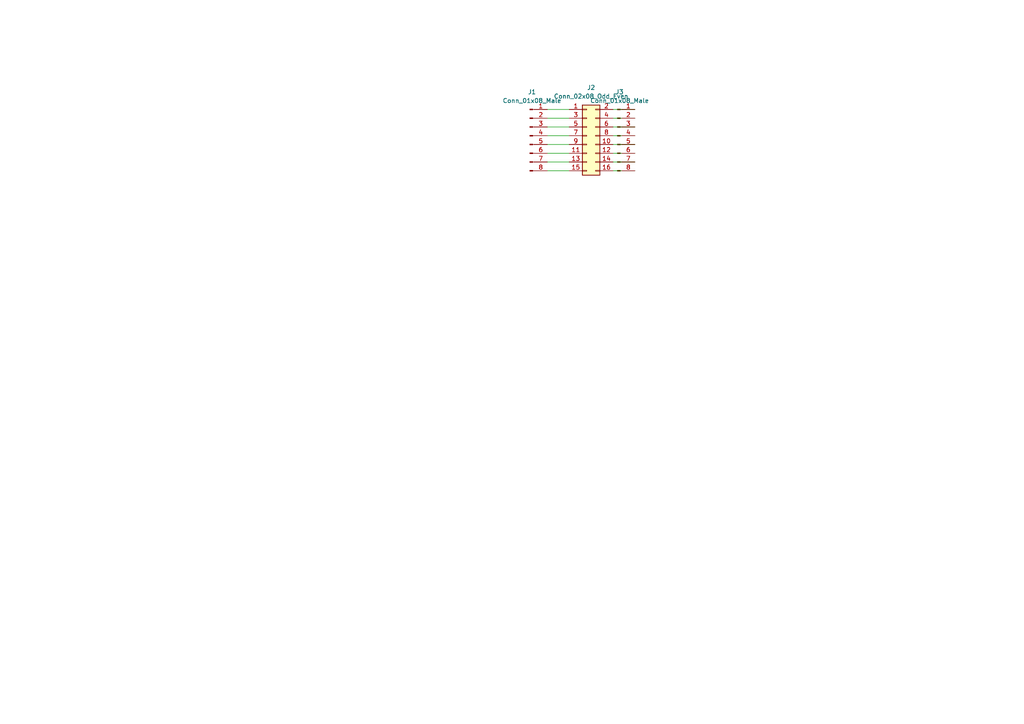
<source format=kicad_sch>
(kicad_sch (version 20211123) (generator eeschema)

  (uuid d232d484-42ad-41d1-82b1-5c2720dd62f8)

  (paper "A4")

  (lib_symbols
    (symbol "Connector:Conn_01x08_Male" (pin_names (offset 1.016) hide) (in_bom yes) (on_board yes)
      (property "Reference" "J" (id 0) (at 0 10.16 0)
        (effects (font (size 1.27 1.27)))
      )
      (property "Value" "Conn_01x08_Male" (id 1) (at 0 -12.7 0)
        (effects (font (size 1.27 1.27)))
      )
      (property "Footprint" "" (id 2) (at 0 0 0)
        (effects (font (size 1.27 1.27)) hide)
      )
      (property "Datasheet" "~" (id 3) (at 0 0 0)
        (effects (font (size 1.27 1.27)) hide)
      )
      (property "ki_keywords" "connector" (id 4) (at 0 0 0)
        (effects (font (size 1.27 1.27)) hide)
      )
      (property "ki_description" "Generic connector, single row, 01x08, script generated (kicad-library-utils/schlib/autogen/connector/)" (id 5) (at 0 0 0)
        (effects (font (size 1.27 1.27)) hide)
      )
      (property "ki_fp_filters" "Connector*:*_1x??_*" (id 6) (at 0 0 0)
        (effects (font (size 1.27 1.27)) hide)
      )
      (symbol "Conn_01x08_Male_1_1"
        (polyline
          (pts
            (xy 1.27 -10.16)
            (xy 0.8636 -10.16)
          )
          (stroke (width 0.1524) (type default) (color 0 0 0 0))
          (fill (type none))
        )
        (polyline
          (pts
            (xy 1.27 -7.62)
            (xy 0.8636 -7.62)
          )
          (stroke (width 0.1524) (type default) (color 0 0 0 0))
          (fill (type none))
        )
        (polyline
          (pts
            (xy 1.27 -5.08)
            (xy 0.8636 -5.08)
          )
          (stroke (width 0.1524) (type default) (color 0 0 0 0))
          (fill (type none))
        )
        (polyline
          (pts
            (xy 1.27 -2.54)
            (xy 0.8636 -2.54)
          )
          (stroke (width 0.1524) (type default) (color 0 0 0 0))
          (fill (type none))
        )
        (polyline
          (pts
            (xy 1.27 0)
            (xy 0.8636 0)
          )
          (stroke (width 0.1524) (type default) (color 0 0 0 0))
          (fill (type none))
        )
        (polyline
          (pts
            (xy 1.27 2.54)
            (xy 0.8636 2.54)
          )
          (stroke (width 0.1524) (type default) (color 0 0 0 0))
          (fill (type none))
        )
        (polyline
          (pts
            (xy 1.27 5.08)
            (xy 0.8636 5.08)
          )
          (stroke (width 0.1524) (type default) (color 0 0 0 0))
          (fill (type none))
        )
        (polyline
          (pts
            (xy 1.27 7.62)
            (xy 0.8636 7.62)
          )
          (stroke (width 0.1524) (type default) (color 0 0 0 0))
          (fill (type none))
        )
        (rectangle (start 0.8636 -10.033) (end 0 -10.287)
          (stroke (width 0.1524) (type default) (color 0 0 0 0))
          (fill (type outline))
        )
        (rectangle (start 0.8636 -7.493) (end 0 -7.747)
          (stroke (width 0.1524) (type default) (color 0 0 0 0))
          (fill (type outline))
        )
        (rectangle (start 0.8636 -4.953) (end 0 -5.207)
          (stroke (width 0.1524) (type default) (color 0 0 0 0))
          (fill (type outline))
        )
        (rectangle (start 0.8636 -2.413) (end 0 -2.667)
          (stroke (width 0.1524) (type default) (color 0 0 0 0))
          (fill (type outline))
        )
        (rectangle (start 0.8636 0.127) (end 0 -0.127)
          (stroke (width 0.1524) (type default) (color 0 0 0 0))
          (fill (type outline))
        )
        (rectangle (start 0.8636 2.667) (end 0 2.413)
          (stroke (width 0.1524) (type default) (color 0 0 0 0))
          (fill (type outline))
        )
        (rectangle (start 0.8636 5.207) (end 0 4.953)
          (stroke (width 0.1524) (type default) (color 0 0 0 0))
          (fill (type outline))
        )
        (rectangle (start 0.8636 7.747) (end 0 7.493)
          (stroke (width 0.1524) (type default) (color 0 0 0 0))
          (fill (type outline))
        )
        (pin passive line (at 5.08 7.62 180) (length 3.81)
          (name "Pin_1" (effects (font (size 1.27 1.27))))
          (number "1" (effects (font (size 1.27 1.27))))
        )
        (pin passive line (at 5.08 5.08 180) (length 3.81)
          (name "Pin_2" (effects (font (size 1.27 1.27))))
          (number "2" (effects (font (size 1.27 1.27))))
        )
        (pin passive line (at 5.08 2.54 180) (length 3.81)
          (name "Pin_3" (effects (font (size 1.27 1.27))))
          (number "3" (effects (font (size 1.27 1.27))))
        )
        (pin passive line (at 5.08 0 180) (length 3.81)
          (name "Pin_4" (effects (font (size 1.27 1.27))))
          (number "4" (effects (font (size 1.27 1.27))))
        )
        (pin passive line (at 5.08 -2.54 180) (length 3.81)
          (name "Pin_5" (effects (font (size 1.27 1.27))))
          (number "5" (effects (font (size 1.27 1.27))))
        )
        (pin passive line (at 5.08 -5.08 180) (length 3.81)
          (name "Pin_6" (effects (font (size 1.27 1.27))))
          (number "6" (effects (font (size 1.27 1.27))))
        )
        (pin passive line (at 5.08 -7.62 180) (length 3.81)
          (name "Pin_7" (effects (font (size 1.27 1.27))))
          (number "7" (effects (font (size 1.27 1.27))))
        )
        (pin passive line (at 5.08 -10.16 180) (length 3.81)
          (name "Pin_8" (effects (font (size 1.27 1.27))))
          (number "8" (effects (font (size 1.27 1.27))))
        )
      )
    )
    (symbol "Connector_Generic:Conn_02x08_Odd_Even" (pin_names (offset 1.016) hide) (in_bom yes) (on_board yes)
      (property "Reference" "J" (id 0) (at 1.27 10.16 0)
        (effects (font (size 1.27 1.27)))
      )
      (property "Value" "Conn_02x08_Odd_Even" (id 1) (at 1.27 -12.7 0)
        (effects (font (size 1.27 1.27)))
      )
      (property "Footprint" "" (id 2) (at 0 0 0)
        (effects (font (size 1.27 1.27)) hide)
      )
      (property "Datasheet" "~" (id 3) (at 0 0 0)
        (effects (font (size 1.27 1.27)) hide)
      )
      (property "ki_keywords" "connector" (id 4) (at 0 0 0)
        (effects (font (size 1.27 1.27)) hide)
      )
      (property "ki_description" "Generic connector, double row, 02x08, odd/even pin numbering scheme (row 1 odd numbers, row 2 even numbers), script generated (kicad-library-utils/schlib/autogen/connector/)" (id 5) (at 0 0 0)
        (effects (font (size 1.27 1.27)) hide)
      )
      (property "ki_fp_filters" "Connector*:*_2x??_*" (id 6) (at 0 0 0)
        (effects (font (size 1.27 1.27)) hide)
      )
      (symbol "Conn_02x08_Odd_Even_1_1"
        (rectangle (start -1.27 -10.033) (end 0 -10.287)
          (stroke (width 0.1524) (type default) (color 0 0 0 0))
          (fill (type none))
        )
        (rectangle (start -1.27 -7.493) (end 0 -7.747)
          (stroke (width 0.1524) (type default) (color 0 0 0 0))
          (fill (type none))
        )
        (rectangle (start -1.27 -4.953) (end 0 -5.207)
          (stroke (width 0.1524) (type default) (color 0 0 0 0))
          (fill (type none))
        )
        (rectangle (start -1.27 -2.413) (end 0 -2.667)
          (stroke (width 0.1524) (type default) (color 0 0 0 0))
          (fill (type none))
        )
        (rectangle (start -1.27 0.127) (end 0 -0.127)
          (stroke (width 0.1524) (type default) (color 0 0 0 0))
          (fill (type none))
        )
        (rectangle (start -1.27 2.667) (end 0 2.413)
          (stroke (width 0.1524) (type default) (color 0 0 0 0))
          (fill (type none))
        )
        (rectangle (start -1.27 5.207) (end 0 4.953)
          (stroke (width 0.1524) (type default) (color 0 0 0 0))
          (fill (type none))
        )
        (rectangle (start -1.27 7.747) (end 0 7.493)
          (stroke (width 0.1524) (type default) (color 0 0 0 0))
          (fill (type none))
        )
        (rectangle (start -1.27 8.89) (end 3.81 -11.43)
          (stroke (width 0.254) (type default) (color 0 0 0 0))
          (fill (type background))
        )
        (rectangle (start 3.81 -10.033) (end 2.54 -10.287)
          (stroke (width 0.1524) (type default) (color 0 0 0 0))
          (fill (type none))
        )
        (rectangle (start 3.81 -7.493) (end 2.54 -7.747)
          (stroke (width 0.1524) (type default) (color 0 0 0 0))
          (fill (type none))
        )
        (rectangle (start 3.81 -4.953) (end 2.54 -5.207)
          (stroke (width 0.1524) (type default) (color 0 0 0 0))
          (fill (type none))
        )
        (rectangle (start 3.81 -2.413) (end 2.54 -2.667)
          (stroke (width 0.1524) (type default) (color 0 0 0 0))
          (fill (type none))
        )
        (rectangle (start 3.81 0.127) (end 2.54 -0.127)
          (stroke (width 0.1524) (type default) (color 0 0 0 0))
          (fill (type none))
        )
        (rectangle (start 3.81 2.667) (end 2.54 2.413)
          (stroke (width 0.1524) (type default) (color 0 0 0 0))
          (fill (type none))
        )
        (rectangle (start 3.81 5.207) (end 2.54 4.953)
          (stroke (width 0.1524) (type default) (color 0 0 0 0))
          (fill (type none))
        )
        (rectangle (start 3.81 7.747) (end 2.54 7.493)
          (stroke (width 0.1524) (type default) (color 0 0 0 0))
          (fill (type none))
        )
        (pin passive line (at -5.08 7.62 0) (length 3.81)
          (name "Pin_1" (effects (font (size 1.27 1.27))))
          (number "1" (effects (font (size 1.27 1.27))))
        )
        (pin passive line (at 7.62 -2.54 180) (length 3.81)
          (name "Pin_10" (effects (font (size 1.27 1.27))))
          (number "10" (effects (font (size 1.27 1.27))))
        )
        (pin passive line (at -5.08 -5.08 0) (length 3.81)
          (name "Pin_11" (effects (font (size 1.27 1.27))))
          (number "11" (effects (font (size 1.27 1.27))))
        )
        (pin passive line (at 7.62 -5.08 180) (length 3.81)
          (name "Pin_12" (effects (font (size 1.27 1.27))))
          (number "12" (effects (font (size 1.27 1.27))))
        )
        (pin passive line (at -5.08 -7.62 0) (length 3.81)
          (name "Pin_13" (effects (font (size 1.27 1.27))))
          (number "13" (effects (font (size 1.27 1.27))))
        )
        (pin passive line (at 7.62 -7.62 180) (length 3.81)
          (name "Pin_14" (effects (font (size 1.27 1.27))))
          (number "14" (effects (font (size 1.27 1.27))))
        )
        (pin passive line (at -5.08 -10.16 0) (length 3.81)
          (name "Pin_15" (effects (font (size 1.27 1.27))))
          (number "15" (effects (font (size 1.27 1.27))))
        )
        (pin passive line (at 7.62 -10.16 180) (length 3.81)
          (name "Pin_16" (effects (font (size 1.27 1.27))))
          (number "16" (effects (font (size 1.27 1.27))))
        )
        (pin passive line (at 7.62 7.62 180) (length 3.81)
          (name "Pin_2" (effects (font (size 1.27 1.27))))
          (number "2" (effects (font (size 1.27 1.27))))
        )
        (pin passive line (at -5.08 5.08 0) (length 3.81)
          (name "Pin_3" (effects (font (size 1.27 1.27))))
          (number "3" (effects (font (size 1.27 1.27))))
        )
        (pin passive line (at 7.62 5.08 180) (length 3.81)
          (name "Pin_4" (effects (font (size 1.27 1.27))))
          (number "4" (effects (font (size 1.27 1.27))))
        )
        (pin passive line (at -5.08 2.54 0) (length 3.81)
          (name "Pin_5" (effects (font (size 1.27 1.27))))
          (number "5" (effects (font (size 1.27 1.27))))
        )
        (pin passive line (at 7.62 2.54 180) (length 3.81)
          (name "Pin_6" (effects (font (size 1.27 1.27))))
          (number "6" (effects (font (size 1.27 1.27))))
        )
        (pin passive line (at -5.08 0 0) (length 3.81)
          (name "Pin_7" (effects (font (size 1.27 1.27))))
          (number "7" (effects (font (size 1.27 1.27))))
        )
        (pin passive line (at 7.62 0 180) (length 3.81)
          (name "Pin_8" (effects (font (size 1.27 1.27))))
          (number "8" (effects (font (size 1.27 1.27))))
        )
        (pin passive line (at -5.08 -2.54 0) (length 3.81)
          (name "Pin_9" (effects (font (size 1.27 1.27))))
          (number "9" (effects (font (size 1.27 1.27))))
        )
      )
    )
  )


  (wire (pts (xy 158.75 36.83) (xy 165.1 36.83))
    (stroke (width 0) (type default) (color 0 0 0 0))
    (uuid 22d6ef43-f327-4cb4-9a52-41ddf75a39fb)
  )
  (wire (pts (xy 177.8 46.99) (xy 184.15 46.99))
    (stroke (width 0) (type default) (color 0 0 0 0))
    (uuid 2b220788-d5dc-40e6-9478-6bad6bebd65c)
  )
  (wire (pts (xy 177.8 31.75) (xy 184.15 31.75))
    (stroke (width 0) (type default) (color 0 0 0 0))
    (uuid 2ef15431-08c2-493a-af08-858211cae90a)
  )
  (wire (pts (xy 158.75 41.91) (xy 165.1 41.91))
    (stroke (width 0) (type default) (color 0 0 0 0))
    (uuid 37762a0f-b1a6-4b00-9f9d-eb6e56c6c52c)
  )
  (wire (pts (xy 158.75 46.99) (xy 165.1 46.99))
    (stroke (width 0) (type default) (color 0 0 0 0))
    (uuid 3e5d7505-10e0-4952-a798-8f370fe8339e)
  )
  (wire (pts (xy 158.75 39.37) (xy 165.1 39.37))
    (stroke (width 0) (type default) (color 0 0 0 0))
    (uuid 8a58381c-4ebe-433c-9cc4-3fb96269fed4)
  )
  (wire (pts (xy 158.75 31.75) (xy 165.1 31.75))
    (stroke (width 0) (type default) (color 0 0 0 0))
    (uuid 912c23c1-ad78-453f-9285-795886db366e)
  )
  (wire (pts (xy 177.8 36.83) (xy 184.15 36.83))
    (stroke (width 0) (type default) (color 0 0 0 0))
    (uuid 97ab45cf-83d2-4ece-971f-42f0eb100080)
  )
  (wire (pts (xy 158.75 49.53) (xy 165.1 49.53))
    (stroke (width 0) (type default) (color 0 0 0 0))
    (uuid a686bfbc-8423-47a9-8cbe-2de8a0b957fc)
  )
  (wire (pts (xy 158.75 44.45) (xy 165.1 44.45))
    (stroke (width 0) (type default) (color 0 0 0 0))
    (uuid aa12f482-a895-4784-91d4-0904032bbb1d)
  )
  (wire (pts (xy 177.8 44.45) (xy 184.15 44.45))
    (stroke (width 0) (type default) (color 0 0 0 0))
    (uuid acb2d188-a360-4e83-a02f-8dad90fb81b5)
  )
  (wire (pts (xy 177.8 41.91) (xy 184.15 41.91))
    (stroke (width 0) (type default) (color 0 0 0 0))
    (uuid b9d26d37-4915-4b9c-a423-639a5d37e54b)
  )
  (wire (pts (xy 177.8 34.29) (xy 184.15 34.29))
    (stroke (width 0) (type default) (color 0 0 0 0))
    (uuid bbe1b17f-e821-4c24-bc3b-3710dec1ce1d)
  )
  (wire (pts (xy 177.8 49.53) (xy 184.15 49.53))
    (stroke (width 0) (type default) (color 0 0 0 0))
    (uuid bf009dd5-983c-40e2-a05e-3a966a9635d7)
  )
  (wire (pts (xy 158.75 34.29) (xy 165.1 34.29))
    (stroke (width 0) (type default) (color 0 0 0 0))
    (uuid d22f3458-284b-4c95-a423-36548fccfc6a)
  )
  (wire (pts (xy 177.8 39.37) (xy 184.15 39.37))
    (stroke (width 0) (type default) (color 0 0 0 0))
    (uuid ec7c0ecc-0da1-48bc-8358-af739445124c)
  )

  (symbol (lib_id "Connector_Generic:Conn_02x08_Odd_Even") (at 170.18 39.37 0) (unit 1)
    (in_bom yes) (on_board yes) (fields_autoplaced)
    (uuid 7e90fbca-cb12-4ace-9ced-a3dcb9b6c209)
    (property "Reference" "J2" (id 0) (at 171.45 25.4 0))
    (property "Value" "" (id 1) (at 171.45 27.94 0))
    (property "Footprint" "" (id 2) (at 170.18 39.37 0)
      (effects (font (size 1.27 1.27)) hide)
    )
    (property "Datasheet" "~" (id 3) (at 170.18 39.37 0)
      (effects (font (size 1.27 1.27)) hide)
    )
    (pin "1" (uuid efe58d04-9cfb-4efc-b56a-8b7eb8f95428))
    (pin "10" (uuid 79ed7fea-8b50-4d37-8cb9-9a2d0ab6a70f))
    (pin "11" (uuid 9e9d73a8-95ea-4773-ace6-c8e656ed8bdd))
    (pin "12" (uuid 8fd5ab0e-989b-48a9-be80-0e9a823c7b1a))
    (pin "13" (uuid 540e4111-7498-447b-9214-dca2a6822f88))
    (pin "14" (uuid 2b69fe46-dbcd-4d6f-94aa-08e422ff2f35))
    (pin "15" (uuid fe2ed758-7739-4ef6-a4d9-5b83f1d30f9c))
    (pin "16" (uuid d390780e-bd01-43d0-8efe-4185f613bb5e))
    (pin "2" (uuid 64b2a471-2a98-4b3d-9562-dbbcfbb5f107))
    (pin "3" (uuid 86c20648-7c67-4df9-b1a5-c04294141a6e))
    (pin "4" (uuid 1096ced4-ec8e-45f9-af68-16e38d51132c))
    (pin "5" (uuid 71ddd228-253f-43f2-956c-8320e7979c21))
    (pin "6" (uuid b4731747-799c-4170-936c-5b7f7aa72884))
    (pin "7" (uuid c31c3c5b-bacf-45ff-99cb-8bd56c3b1c1e))
    (pin "8" (uuid 98d67f6d-15a7-4dd6-b4c3-7261ef87ec69))
    (pin "9" (uuid 35ce0d29-06f3-4f60-8dbb-6e14d2058ec3))
  )

  (symbol (lib_id "Connector:Conn_01x08_Male") (at 153.67 39.37 0) (unit 1)
    (in_bom yes) (on_board yes) (fields_autoplaced)
    (uuid b920f62e-0177-4a0b-ad4d-8c58435ec4dc)
    (property "Reference" "J1" (id 0) (at 154.305 26.67 0))
    (property "Value" "" (id 1) (at 154.305 29.21 0))
    (property "Footprint" "" (id 2) (at 153.67 39.37 0)
      (effects (font (size 1.27 1.27)) hide)
    )
    (property "Datasheet" "~" (id 3) (at 153.67 39.37 0)
      (effects (font (size 1.27 1.27)) hide)
    )
    (pin "1" (uuid a9f4597a-687f-4cd3-a0b9-80481a05bb0e))
    (pin "2" (uuid 4ca05d67-904c-4c2a-bdc9-3658e198e93a))
    (pin "3" (uuid 1c6003ff-1c03-48f0-9c37-d082bd1ce4d5))
    (pin "4" (uuid 04a7b561-5469-423e-ac24-b4b3038d8b89))
    (pin "5" (uuid 438ea750-8271-4165-9d52-5f7bf0b397aa))
    (pin "6" (uuid d0d24809-cb27-467f-a142-d3d95b523f1f))
    (pin "7" (uuid 3f10237c-e1be-40ba-a5c5-4e7fb8b2b484))
    (pin "8" (uuid 07c5fe2b-358f-45f6-b710-b503fb306f68))
  )

  (symbol (lib_id "Connector:Conn_01x08_Male") (at 179.07 39.37 0) (unit 1)
    (in_bom yes) (on_board yes) (fields_autoplaced)
    (uuid bef51c29-5c6e-4160-ac7e-91e2c3fab23d)
    (property "Reference" "J3" (id 0) (at 179.705 26.67 0))
    (property "Value" "" (id 1) (at 179.705 29.21 0))
    (property "Footprint" "" (id 2) (at 179.07 39.37 0)
      (effects (font (size 1.27 1.27)) hide)
    )
    (property "Datasheet" "~" (id 3) (at 179.07 39.37 0)
      (effects (font (size 1.27 1.27)) hide)
    )
    (pin "1" (uuid 9ddd3637-065d-4878-be94-20660813341c))
    (pin "2" (uuid 6e47a7b2-990e-49af-961a-32f3d8dfe5b1))
    (pin "3" (uuid 7993cb8a-8347-4133-81e9-0498b2068803))
    (pin "4" (uuid df565f3f-dd10-4cea-933e-34cc84ac07d4))
    (pin "5" (uuid 55e6d366-46ca-4ca9-ab9f-a65367643414))
    (pin "6" (uuid 96263040-19f5-496d-b5c7-50b65d6b8b57))
    (pin "7" (uuid 65474950-7f1e-4f7b-9063-b8b7969ba6ce))
    (pin "8" (uuid c5831da4-1f64-4468-9b42-9bb6a23d89ba))
  )

  (sheet_instances
    (path "/" (page "1"))
  )

  (symbol_instances
    (path "/b920f62e-0177-4a0b-ad4d-8c58435ec4dc"
      (reference "J1") (unit 1) (value "Conn_01x08_Male") (footprint "Connector_PinHeader_2.54mm:PinHeader_1x08_P2.54mm_Vertical")
    )
    (path "/7e90fbca-cb12-4ace-9ced-a3dcb9b6c209"
      (reference "J2") (unit 1) (value "Conn_02x08_Odd_Even") (footprint "Connector_IDC:IDC-Header_2x08_P2.54mm_Vertical")
    )
    (path "/bef51c29-5c6e-4160-ac7e-91e2c3fab23d"
      (reference "J3") (unit 1) (value "Conn_01x08_Male") (footprint "Connector_PinHeader_2.54mm:PinHeader_1x08_P2.54mm_Vertical")
    )
  )
)

</source>
